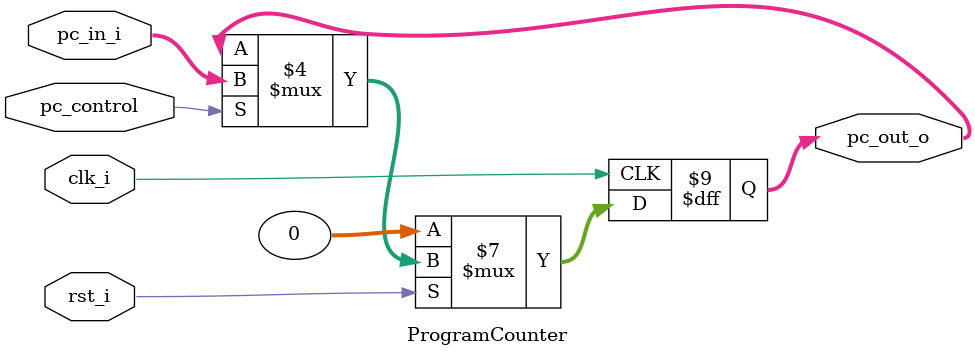
<source format=v>

module ProgramCounter(
    clk_i,
	rst_i,
    pc_control,
	pc_in_i,
	pc_out_o
	);

//I/O ports
input           clk_i;
input	        rst_i;
input 			pc_control;
input  [32-1:0] pc_in_i;
output [32-1:0] pc_out_o;

//Internal Signals
reg    [32-1:0] pc_out_o;

//Parameter


//Main function
always @(posedge clk_i) begin
    if(~rst_i)
	    pc_out_o <= 0;
	else if(pc_control)
	    pc_out_o <= pc_in_i;
    else //if(!pc_control)
        pc_out_o <= pc_out_o; //pc_control from the Hazard_detection_unit, do nop when load use data hazard is detected
end

endmodule

</source>
